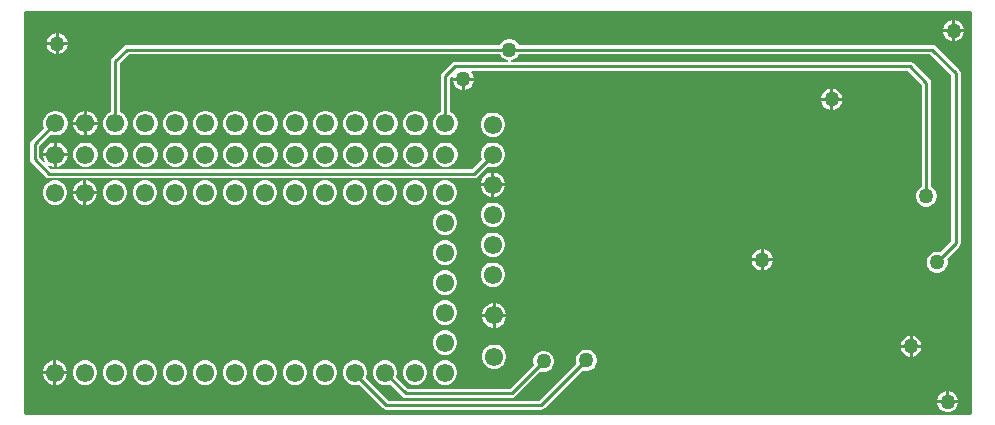
<source format=gbl>
G04*
G04 #@! TF.GenerationSoftware,Altium Limited,Altium Designer,21.7.2 (23)*
G04*
G04 Layer_Physical_Order=2*
G04 Layer_Color=16711680*
%FSLAX25Y25*%
%MOIN*%
G70*
G04*
G04 #@! TF.SameCoordinates,B8BBB409-1C5D-4E28-8008-B1E3FC97E4F7*
G04*
G04*
G04 #@! TF.FilePolarity,Positive*
G04*
G01*
G75*
%ADD10C,0.01000*%
%ADD40C,0.06102*%
%ADD41C,0.05000*%
G36*
X314961D02*
X308242D01*
X308176Y500D01*
X308831Y675D01*
X309629Y1136D01*
X310281Y1788D01*
X310742Y2586D01*
X310970Y3437D01*
X303991D01*
X304219Y2586D01*
X304680Y1788D01*
X305331Y1136D01*
X306129Y675D01*
X306785Y500D01*
X306719Y0D01*
X0D01*
Y133858D01*
X314961D01*
Y0D01*
D02*
G37*
%LPC*%
G36*
X309949Y131049D02*
Y128059D01*
X312938D01*
X312710Y128910D01*
X312249Y129708D01*
X311598Y130360D01*
X310800Y130821D01*
X309949Y131049D01*
D02*
G37*
G36*
X308949D02*
X308098Y130821D01*
X307300Y130360D01*
X306648Y129708D01*
X306187Y128910D01*
X305959Y128059D01*
X308949D01*
Y131049D01*
D02*
G37*
G36*
X312938Y127059D02*
X309949D01*
Y124070D01*
X310800Y124298D01*
X311598Y124758D01*
X312249Y125410D01*
X312710Y126208D01*
X312938Y127059D01*
D02*
G37*
G36*
X308949D02*
X305959D01*
X306187Y126208D01*
X306648Y125410D01*
X307300Y124758D01*
X308098Y124298D01*
X308949Y124070D01*
Y127059D01*
D02*
G37*
G36*
X11130Y126718D02*
Y123728D01*
X14119D01*
X13891Y124579D01*
X13431Y125377D01*
X12779Y126029D01*
X11981Y126490D01*
X11130Y126718D01*
D02*
G37*
G36*
X10130D02*
X9279Y126490D01*
X8481Y126029D01*
X7829Y125377D01*
X7368Y124579D01*
X7140Y123728D01*
X10130D01*
Y126718D01*
D02*
G37*
G36*
X14119Y122728D02*
X11130D01*
Y119739D01*
X11981Y119967D01*
X12779Y120428D01*
X13431Y121079D01*
X13891Y121877D01*
X14119Y122728D01*
D02*
G37*
G36*
X10130D02*
X7140D01*
X7368Y121877D01*
X7829Y121079D01*
X8481Y120428D01*
X9279Y119967D01*
X10130Y119739D01*
Y122728D01*
D02*
G37*
G36*
X149553Y110917D02*
X146563D01*
Y107928D01*
X147414Y108156D01*
X148212Y108617D01*
X148864Y109268D01*
X149325Y110066D01*
X149553Y110917D01*
D02*
G37*
G36*
X145563D02*
X142573D01*
X142801Y110066D01*
X143262Y109268D01*
X143914Y108617D01*
X144712Y108156D01*
X145563Y107928D01*
Y110917D01*
D02*
G37*
G36*
X269398Y108214D02*
Y105224D01*
X272387D01*
X272159Y106075D01*
X271698Y106874D01*
X271047Y107525D01*
X270249Y107986D01*
X269398Y108214D01*
D02*
G37*
G36*
X268398D02*
X267547Y107986D01*
X266749Y107525D01*
X266097Y106874D01*
X265636Y106075D01*
X265408Y105224D01*
X268398D01*
Y108214D01*
D02*
G37*
G36*
X272387Y104224D02*
X269398D01*
Y101235D01*
X270249Y101463D01*
X271047Y101924D01*
X271698Y102575D01*
X272159Y103374D01*
X272387Y104224D01*
D02*
G37*
G36*
X268398D02*
X265408D01*
X265636Y103374D01*
X266097Y102575D01*
X266749Y101924D01*
X267547Y101463D01*
X268398Y101235D01*
Y104224D01*
D02*
G37*
G36*
X20612Y100772D02*
X20579D01*
Y97220D01*
X24130D01*
Y97254D01*
X23854Y98284D01*
X23321Y99208D01*
X22566Y99962D01*
X21642Y100496D01*
X20612Y100772D01*
D02*
G37*
G36*
X19579D02*
X19545D01*
X18515Y100496D01*
X17591Y99962D01*
X16837Y99208D01*
X16304Y98284D01*
X16028Y97254D01*
Y97220D01*
X19579D01*
Y100772D01*
D02*
G37*
G36*
X130612D02*
X129545D01*
X128515Y100496D01*
X127591Y99962D01*
X126837Y99208D01*
X126304Y98284D01*
X126028Y97254D01*
Y96187D01*
X126304Y95157D01*
X126837Y94233D01*
X127591Y93479D01*
X128515Y92945D01*
X129545Y92669D01*
X130612D01*
X131642Y92945D01*
X132566Y93479D01*
X133320Y94233D01*
X133854Y95157D01*
X134130Y96187D01*
Y97254D01*
X133854Y98284D01*
X133320Y99208D01*
X132566Y99962D01*
X131642Y100496D01*
X130612Y100772D01*
D02*
G37*
G36*
X120612D02*
X119545D01*
X118515Y100496D01*
X117591Y99962D01*
X116837Y99208D01*
X116304Y98284D01*
X116028Y97254D01*
Y96187D01*
X116304Y95157D01*
X116837Y94233D01*
X117591Y93479D01*
X118515Y92945D01*
X119545Y92669D01*
X120612D01*
X121642Y92945D01*
X122566Y93479D01*
X123320Y94233D01*
X123854Y95157D01*
X124130Y96187D01*
Y97254D01*
X123854Y98284D01*
X123320Y99208D01*
X122566Y99962D01*
X121642Y100496D01*
X120612Y100772D01*
D02*
G37*
G36*
X110612D02*
X109545D01*
X108515Y100496D01*
X107591Y99962D01*
X106837Y99208D01*
X106304Y98284D01*
X106028Y97254D01*
Y96187D01*
X106304Y95157D01*
X106837Y94233D01*
X107591Y93479D01*
X108515Y92945D01*
X109545Y92669D01*
X110612D01*
X111642Y92945D01*
X112566Y93479D01*
X113321Y94233D01*
X113854Y95157D01*
X114130Y96187D01*
Y97254D01*
X113854Y98284D01*
X113321Y99208D01*
X112566Y99962D01*
X111642Y100496D01*
X110612Y100772D01*
D02*
G37*
G36*
X100612D02*
X99545D01*
X98515Y100496D01*
X97591Y99962D01*
X96837Y99208D01*
X96304Y98284D01*
X96028Y97254D01*
Y96187D01*
X96304Y95157D01*
X96837Y94233D01*
X97591Y93479D01*
X98515Y92945D01*
X99545Y92669D01*
X100612D01*
X101642Y92945D01*
X102566Y93479D01*
X103321Y94233D01*
X103854Y95157D01*
X104130Y96187D01*
Y97254D01*
X103854Y98284D01*
X103321Y99208D01*
X102566Y99962D01*
X101642Y100496D01*
X100612Y100772D01*
D02*
G37*
G36*
X90612D02*
X89545D01*
X88515Y100496D01*
X87591Y99962D01*
X86837Y99208D01*
X86304Y98284D01*
X86028Y97254D01*
Y96187D01*
X86304Y95157D01*
X86837Y94233D01*
X87591Y93479D01*
X88515Y92945D01*
X89545Y92669D01*
X90612D01*
X91642Y92945D01*
X92566Y93479D01*
X93321Y94233D01*
X93854Y95157D01*
X94130Y96187D01*
Y97254D01*
X93854Y98284D01*
X93321Y99208D01*
X92566Y99962D01*
X91642Y100496D01*
X90612Y100772D01*
D02*
G37*
G36*
X80612D02*
X79545D01*
X78515Y100496D01*
X77591Y99962D01*
X76837Y99208D01*
X76304Y98284D01*
X76028Y97254D01*
Y96187D01*
X76304Y95157D01*
X76837Y94233D01*
X77591Y93479D01*
X78515Y92945D01*
X79545Y92669D01*
X80612D01*
X81642Y92945D01*
X82566Y93479D01*
X83320Y94233D01*
X83854Y95157D01*
X84130Y96187D01*
Y97254D01*
X83854Y98284D01*
X83320Y99208D01*
X82566Y99962D01*
X81642Y100496D01*
X80612Y100772D01*
D02*
G37*
G36*
X70612D02*
X69545D01*
X68515Y100496D01*
X67591Y99962D01*
X66837Y99208D01*
X66304Y98284D01*
X66028Y97254D01*
Y96187D01*
X66304Y95157D01*
X66837Y94233D01*
X67591Y93479D01*
X68515Y92945D01*
X69545Y92669D01*
X70612D01*
X71642Y92945D01*
X72566Y93479D01*
X73321Y94233D01*
X73854Y95157D01*
X74130Y96187D01*
Y97254D01*
X73854Y98284D01*
X73321Y99208D01*
X72566Y99962D01*
X71642Y100496D01*
X70612Y100772D01*
D02*
G37*
G36*
X60612D02*
X59545D01*
X58515Y100496D01*
X57591Y99962D01*
X56837Y99208D01*
X56304Y98284D01*
X56028Y97254D01*
Y96187D01*
X56304Y95157D01*
X56837Y94233D01*
X57591Y93479D01*
X58515Y92945D01*
X59545Y92669D01*
X60612D01*
X61642Y92945D01*
X62566Y93479D01*
X63320Y94233D01*
X63854Y95157D01*
X64130Y96187D01*
Y97254D01*
X63854Y98284D01*
X63320Y99208D01*
X62566Y99962D01*
X61642Y100496D01*
X60612Y100772D01*
D02*
G37*
G36*
X50612D02*
X49545D01*
X48515Y100496D01*
X47591Y99962D01*
X46837Y99208D01*
X46304Y98284D01*
X46028Y97254D01*
Y96187D01*
X46304Y95157D01*
X46837Y94233D01*
X47591Y93479D01*
X48515Y92945D01*
X49545Y92669D01*
X50612D01*
X51642Y92945D01*
X52566Y93479D01*
X53320Y94233D01*
X53854Y95157D01*
X54130Y96187D01*
Y97254D01*
X53854Y98284D01*
X53320Y99208D01*
X52566Y99962D01*
X51642Y100496D01*
X50612Y100772D01*
D02*
G37*
G36*
X40612D02*
X39545D01*
X38515Y100496D01*
X37591Y99962D01*
X36837Y99208D01*
X36304Y98284D01*
X36028Y97254D01*
Y96187D01*
X36304Y95157D01*
X36837Y94233D01*
X37591Y93479D01*
X38515Y92945D01*
X39545Y92669D01*
X40612D01*
X41642Y92945D01*
X42566Y93479D01*
X43321Y94233D01*
X43854Y95157D01*
X44130Y96187D01*
Y97254D01*
X43854Y98284D01*
X43321Y99208D01*
X42566Y99962D01*
X41642Y100496D01*
X40612Y100772D01*
D02*
G37*
G36*
X24130Y96220D02*
X20579D01*
Y92669D01*
X20612D01*
X21642Y92945D01*
X22566Y93479D01*
X23321Y94233D01*
X23854Y95157D01*
X24130Y96187D01*
Y96220D01*
D02*
G37*
G36*
X19579D02*
X16028D01*
Y96187D01*
X16304Y95157D01*
X16837Y94233D01*
X17591Y93479D01*
X18515Y92945D01*
X19545Y92669D01*
X19579D01*
Y96220D01*
D02*
G37*
G36*
X10612Y100772D02*
X9545D01*
X8515Y100496D01*
X7591Y99962D01*
X6837Y99208D01*
X6304Y98284D01*
X6028Y97254D01*
Y96187D01*
X6304Y95157D01*
X6321Y95126D01*
X2068Y90873D01*
X1737Y90377D01*
X1620Y89791D01*
Y84646D01*
X1737Y84060D01*
X2068Y83564D01*
X6793Y78840D01*
X7289Y78508D01*
X7874Y78392D01*
X149606D01*
X150192Y78508D01*
X150688Y78840D01*
X154311Y82463D01*
X154342Y82445D01*
X155372Y82169D01*
X156439D01*
X157469Y82445D01*
X158393Y82979D01*
X159147Y83733D01*
X159681Y84657D01*
X159957Y85687D01*
Y86754D01*
X159681Y87784D01*
X159147Y88708D01*
X158393Y89462D01*
X157469Y89996D01*
X156439Y90272D01*
X155372D01*
X154342Y89996D01*
X153418Y89462D01*
X152664Y88708D01*
X152130Y87784D01*
X151854Y86754D01*
Y85687D01*
X152130Y84657D01*
X152148Y84626D01*
X148973Y81451D01*
X8507D01*
X7510Y82448D01*
X7817Y82849D01*
X8515Y82445D01*
X9545Y82169D01*
X9579D01*
Y85720D01*
X6028D01*
Y85687D01*
X6304Y84657D01*
X6707Y83959D01*
X6307Y83652D01*
X4679Y85279D01*
Y89158D01*
X8484Y92963D01*
X8515Y92945D01*
X9545Y92669D01*
X10612D01*
X11642Y92945D01*
X12566Y93479D01*
X13320Y94233D01*
X13854Y95157D01*
X14130Y96187D01*
Y97254D01*
X13854Y98284D01*
X13320Y99208D01*
X12566Y99962D01*
X11642Y100496D01*
X10612Y100772D01*
D02*
G37*
G36*
X156439Y100272D02*
X155372D01*
X154342Y99996D01*
X153418Y99462D01*
X152664Y98708D01*
X152130Y97784D01*
X151854Y96754D01*
Y95687D01*
X152130Y94657D01*
X152664Y93733D01*
X153418Y92979D01*
X154342Y92445D01*
X155372Y92169D01*
X156439D01*
X157469Y92445D01*
X158393Y92979D01*
X159147Y93733D01*
X159681Y94657D01*
X159957Y95687D01*
Y96754D01*
X159681Y97784D01*
X159147Y98708D01*
X158393Y99462D01*
X157469Y99996D01*
X156439Y100272D01*
D02*
G37*
G36*
X10612Y90272D02*
X10579D01*
Y86721D01*
X14130D01*
Y86754D01*
X13854Y87784D01*
X13320Y88708D01*
X12566Y89462D01*
X11642Y89996D01*
X10612Y90272D01*
D02*
G37*
G36*
X9579D02*
X9545D01*
X8515Y89996D01*
X7591Y89462D01*
X6837Y88708D01*
X6304Y87784D01*
X6028Y86754D01*
Y86721D01*
X9579D01*
Y90272D01*
D02*
G37*
G36*
X140612D02*
X139545D01*
X138515Y89996D01*
X137591Y89462D01*
X136837Y88708D01*
X136304Y87784D01*
X136028Y86754D01*
Y85687D01*
X136304Y84657D01*
X136837Y83733D01*
X137591Y82979D01*
X138515Y82445D01*
X139545Y82169D01*
X140612D01*
X141642Y82445D01*
X142566Y82979D01*
X143321Y83733D01*
X143854Y84657D01*
X144130Y85687D01*
Y86754D01*
X143854Y87784D01*
X143321Y88708D01*
X142566Y89462D01*
X141642Y89996D01*
X140612Y90272D01*
D02*
G37*
G36*
X130612D02*
X129545D01*
X128515Y89996D01*
X127591Y89462D01*
X126837Y88708D01*
X126304Y87784D01*
X126028Y86754D01*
Y85687D01*
X126304Y84657D01*
X126837Y83733D01*
X127591Y82979D01*
X128515Y82445D01*
X129545Y82169D01*
X130612D01*
X131642Y82445D01*
X132566Y82979D01*
X133320Y83733D01*
X133854Y84657D01*
X134130Y85687D01*
Y86754D01*
X133854Y87784D01*
X133320Y88708D01*
X132566Y89462D01*
X131642Y89996D01*
X130612Y90272D01*
D02*
G37*
G36*
X120612D02*
X119545D01*
X118515Y89996D01*
X117591Y89462D01*
X116837Y88708D01*
X116304Y87784D01*
X116028Y86754D01*
Y85687D01*
X116304Y84657D01*
X116837Y83733D01*
X117591Y82979D01*
X118515Y82445D01*
X119545Y82169D01*
X120612D01*
X121642Y82445D01*
X122566Y82979D01*
X123320Y83733D01*
X123854Y84657D01*
X124130Y85687D01*
Y86754D01*
X123854Y87784D01*
X123320Y88708D01*
X122566Y89462D01*
X121642Y89996D01*
X120612Y90272D01*
D02*
G37*
G36*
X110612D02*
X109545D01*
X108515Y89996D01*
X107591Y89462D01*
X106837Y88708D01*
X106304Y87784D01*
X106028Y86754D01*
Y85687D01*
X106304Y84657D01*
X106837Y83733D01*
X107591Y82979D01*
X108515Y82445D01*
X109545Y82169D01*
X110612D01*
X111642Y82445D01*
X112566Y82979D01*
X113321Y83733D01*
X113854Y84657D01*
X114130Y85687D01*
Y86754D01*
X113854Y87784D01*
X113321Y88708D01*
X112566Y89462D01*
X111642Y89996D01*
X110612Y90272D01*
D02*
G37*
G36*
X100612D02*
X99545D01*
X98515Y89996D01*
X97591Y89462D01*
X96837Y88708D01*
X96304Y87784D01*
X96028Y86754D01*
Y85687D01*
X96304Y84657D01*
X96837Y83733D01*
X97591Y82979D01*
X98515Y82445D01*
X99545Y82169D01*
X100612D01*
X101642Y82445D01*
X102566Y82979D01*
X103321Y83733D01*
X103854Y84657D01*
X104130Y85687D01*
Y86754D01*
X103854Y87784D01*
X103321Y88708D01*
X102566Y89462D01*
X101642Y89996D01*
X100612Y90272D01*
D02*
G37*
G36*
X90612D02*
X89545D01*
X88515Y89996D01*
X87591Y89462D01*
X86837Y88708D01*
X86304Y87784D01*
X86028Y86754D01*
Y85687D01*
X86304Y84657D01*
X86837Y83733D01*
X87591Y82979D01*
X88515Y82445D01*
X89545Y82169D01*
X90612D01*
X91642Y82445D01*
X92566Y82979D01*
X93321Y83733D01*
X93854Y84657D01*
X94130Y85687D01*
Y86754D01*
X93854Y87784D01*
X93321Y88708D01*
X92566Y89462D01*
X91642Y89996D01*
X90612Y90272D01*
D02*
G37*
G36*
X80612D02*
X79545D01*
X78515Y89996D01*
X77591Y89462D01*
X76837Y88708D01*
X76304Y87784D01*
X76028Y86754D01*
Y85687D01*
X76304Y84657D01*
X76837Y83733D01*
X77591Y82979D01*
X78515Y82445D01*
X79545Y82169D01*
X80612D01*
X81642Y82445D01*
X82566Y82979D01*
X83320Y83733D01*
X83854Y84657D01*
X84130Y85687D01*
Y86754D01*
X83854Y87784D01*
X83320Y88708D01*
X82566Y89462D01*
X81642Y89996D01*
X80612Y90272D01*
D02*
G37*
G36*
X70612D02*
X69545D01*
X68515Y89996D01*
X67591Y89462D01*
X66837Y88708D01*
X66304Y87784D01*
X66028Y86754D01*
Y85687D01*
X66304Y84657D01*
X66837Y83733D01*
X67591Y82979D01*
X68515Y82445D01*
X69545Y82169D01*
X70612D01*
X71642Y82445D01*
X72566Y82979D01*
X73321Y83733D01*
X73854Y84657D01*
X74130Y85687D01*
Y86754D01*
X73854Y87784D01*
X73321Y88708D01*
X72566Y89462D01*
X71642Y89996D01*
X70612Y90272D01*
D02*
G37*
G36*
X60612D02*
X59545D01*
X58515Y89996D01*
X57591Y89462D01*
X56837Y88708D01*
X56304Y87784D01*
X56028Y86754D01*
Y85687D01*
X56304Y84657D01*
X56837Y83733D01*
X57591Y82979D01*
X58515Y82445D01*
X59545Y82169D01*
X60612D01*
X61642Y82445D01*
X62566Y82979D01*
X63320Y83733D01*
X63854Y84657D01*
X64130Y85687D01*
Y86754D01*
X63854Y87784D01*
X63320Y88708D01*
X62566Y89462D01*
X61642Y89996D01*
X60612Y90272D01*
D02*
G37*
G36*
X50612D02*
X49545D01*
X48515Y89996D01*
X47591Y89462D01*
X46837Y88708D01*
X46304Y87784D01*
X46028Y86754D01*
Y85687D01*
X46304Y84657D01*
X46837Y83733D01*
X47591Y82979D01*
X48515Y82445D01*
X49545Y82169D01*
X50612D01*
X51642Y82445D01*
X52566Y82979D01*
X53320Y83733D01*
X53854Y84657D01*
X54130Y85687D01*
Y86754D01*
X53854Y87784D01*
X53320Y88708D01*
X52566Y89462D01*
X51642Y89996D01*
X50612Y90272D01*
D02*
G37*
G36*
X40612D02*
X39545D01*
X38515Y89996D01*
X37591Y89462D01*
X36837Y88708D01*
X36304Y87784D01*
X36028Y86754D01*
Y85687D01*
X36304Y84657D01*
X36837Y83733D01*
X37591Y82979D01*
X38515Y82445D01*
X39545Y82169D01*
X40612D01*
X41642Y82445D01*
X42566Y82979D01*
X43321Y83733D01*
X43854Y84657D01*
X44130Y85687D01*
Y86754D01*
X43854Y87784D01*
X43321Y88708D01*
X42566Y89462D01*
X41642Y89996D01*
X40612Y90272D01*
D02*
G37*
G36*
X30612D02*
X29545D01*
X28515Y89996D01*
X27591Y89462D01*
X26837Y88708D01*
X26304Y87784D01*
X26028Y86754D01*
Y85687D01*
X26304Y84657D01*
X26837Y83733D01*
X27591Y82979D01*
X28515Y82445D01*
X29545Y82169D01*
X30612D01*
X31642Y82445D01*
X32566Y82979D01*
X33321Y83733D01*
X33854Y84657D01*
X34130Y85687D01*
Y86754D01*
X33854Y87784D01*
X33321Y88708D01*
X32566Y89462D01*
X31642Y89996D01*
X30612Y90272D01*
D02*
G37*
G36*
X20612D02*
X19545D01*
X18515Y89996D01*
X17591Y89462D01*
X16837Y88708D01*
X16304Y87784D01*
X16028Y86754D01*
Y85687D01*
X16304Y84657D01*
X16837Y83733D01*
X17591Y82979D01*
X18515Y82445D01*
X19545Y82169D01*
X20612D01*
X21642Y82445D01*
X22566Y82979D01*
X23321Y83733D01*
X23854Y84657D01*
X24130Y85687D01*
Y86754D01*
X23854Y87784D01*
X23321Y88708D01*
X22566Y89462D01*
X21642Y89996D01*
X20612Y90272D01*
D02*
G37*
G36*
X14130Y85720D02*
X10579D01*
Y82169D01*
X10612D01*
X11642Y82445D01*
X12566Y82979D01*
X13320Y83733D01*
X13854Y84657D01*
X14130Y85687D01*
Y85720D01*
D02*
G37*
G36*
X156439Y80272D02*
X156405D01*
Y76720D01*
X159957D01*
Y76754D01*
X159681Y77784D01*
X159147Y78708D01*
X158393Y79462D01*
X157469Y79996D01*
X156439Y80272D01*
D02*
G37*
G36*
X155405D02*
X155372D01*
X154342Y79996D01*
X153418Y79462D01*
X152664Y78708D01*
X152130Y77784D01*
X151854Y76754D01*
Y76720D01*
X155405D01*
Y80272D01*
D02*
G37*
G36*
X20455Y77673D02*
X20421D01*
Y74122D01*
X23972D01*
Y74155D01*
X23696Y75186D01*
X23163Y76109D01*
X22409Y76864D01*
X21485Y77397D01*
X20455Y77673D01*
D02*
G37*
G36*
X19421D02*
X19388D01*
X18358Y77397D01*
X17434Y76864D01*
X16680Y76109D01*
X16146Y75186D01*
X15870Y74155D01*
Y74122D01*
X19421D01*
Y77673D01*
D02*
G37*
G36*
X159957Y75721D02*
X156405D01*
Y72169D01*
X156439D01*
X157469Y72445D01*
X158393Y72979D01*
X159147Y73733D01*
X159681Y74657D01*
X159957Y75687D01*
Y75721D01*
D02*
G37*
G36*
X155405D02*
X151854D01*
Y75687D01*
X152130Y74657D01*
X152664Y73733D01*
X153418Y72979D01*
X154342Y72445D01*
X155372Y72169D01*
X155405D01*
Y75721D01*
D02*
G37*
G36*
X140455Y77673D02*
X139388D01*
X138358Y77397D01*
X137434Y76864D01*
X136679Y76109D01*
X136146Y75186D01*
X135870Y74155D01*
Y73089D01*
X136146Y72058D01*
X136679Y71135D01*
X137434Y70380D01*
X138358Y69847D01*
X139388Y69571D01*
X140455D01*
X141485Y69847D01*
X142409Y70380D01*
X143163Y71135D01*
X143696Y72058D01*
X143972Y73089D01*
Y74155D01*
X143696Y75186D01*
X143163Y76109D01*
X142409Y76864D01*
X141485Y77397D01*
X140455Y77673D01*
D02*
G37*
G36*
X130455D02*
X129388D01*
X128358Y77397D01*
X127434Y76864D01*
X126680Y76109D01*
X126146Y75186D01*
X125870Y74155D01*
Y73089D01*
X126146Y72058D01*
X126680Y71135D01*
X127434Y70380D01*
X128358Y69847D01*
X129388Y69571D01*
X130455D01*
X131485Y69847D01*
X132409Y70380D01*
X133163Y71135D01*
X133696Y72058D01*
X133972Y73089D01*
Y74155D01*
X133696Y75186D01*
X133163Y76109D01*
X132409Y76864D01*
X131485Y77397D01*
X130455Y77673D01*
D02*
G37*
G36*
X120455D02*
X119388D01*
X118358Y77397D01*
X117434Y76864D01*
X116680Y76109D01*
X116146Y75186D01*
X115870Y74155D01*
Y73089D01*
X116146Y72058D01*
X116680Y71135D01*
X117434Y70380D01*
X118358Y69847D01*
X119388Y69571D01*
X120455D01*
X121485Y69847D01*
X122409Y70380D01*
X123163Y71135D01*
X123696Y72058D01*
X123972Y73089D01*
Y74155D01*
X123696Y75186D01*
X123163Y76109D01*
X122409Y76864D01*
X121485Y77397D01*
X120455Y77673D01*
D02*
G37*
G36*
X110455D02*
X109388D01*
X108358Y77397D01*
X107434Y76864D01*
X106679Y76109D01*
X106146Y75186D01*
X105870Y74155D01*
Y73089D01*
X106146Y72058D01*
X106679Y71135D01*
X107434Y70380D01*
X108358Y69847D01*
X109388Y69571D01*
X110455D01*
X111485Y69847D01*
X112409Y70380D01*
X113163Y71135D01*
X113696Y72058D01*
X113972Y73089D01*
Y74155D01*
X113696Y75186D01*
X113163Y76109D01*
X112409Y76864D01*
X111485Y77397D01*
X110455Y77673D01*
D02*
G37*
G36*
X100455D02*
X99388D01*
X98358Y77397D01*
X97434Y76864D01*
X96680Y76109D01*
X96146Y75186D01*
X95870Y74155D01*
Y73089D01*
X96146Y72058D01*
X96680Y71135D01*
X97434Y70380D01*
X98358Y69847D01*
X99388Y69571D01*
X100455D01*
X101485Y69847D01*
X102409Y70380D01*
X103163Y71135D01*
X103696Y72058D01*
X103972Y73089D01*
Y74155D01*
X103696Y75186D01*
X103163Y76109D01*
X102409Y76864D01*
X101485Y77397D01*
X100455Y77673D01*
D02*
G37*
G36*
X90455D02*
X89388D01*
X88358Y77397D01*
X87434Y76864D01*
X86680Y76109D01*
X86146Y75186D01*
X85870Y74155D01*
Y73089D01*
X86146Y72058D01*
X86680Y71135D01*
X87434Y70380D01*
X88358Y69847D01*
X89388Y69571D01*
X90455D01*
X91485Y69847D01*
X92409Y70380D01*
X93163Y71135D01*
X93696Y72058D01*
X93972Y73089D01*
Y74155D01*
X93696Y75186D01*
X93163Y76109D01*
X92409Y76864D01*
X91485Y77397D01*
X90455Y77673D01*
D02*
G37*
G36*
X80455D02*
X79388D01*
X78358Y77397D01*
X77434Y76864D01*
X76679Y76109D01*
X76146Y75186D01*
X75870Y74155D01*
Y73089D01*
X76146Y72058D01*
X76679Y71135D01*
X77434Y70380D01*
X78358Y69847D01*
X79388Y69571D01*
X80455D01*
X81485Y69847D01*
X82409Y70380D01*
X83163Y71135D01*
X83696Y72058D01*
X83972Y73089D01*
Y74155D01*
X83696Y75186D01*
X83163Y76109D01*
X82409Y76864D01*
X81485Y77397D01*
X80455Y77673D01*
D02*
G37*
G36*
X70455D02*
X69388D01*
X68358Y77397D01*
X67434Y76864D01*
X66680Y76109D01*
X66146Y75186D01*
X65870Y74155D01*
Y73089D01*
X66146Y72058D01*
X66680Y71135D01*
X67434Y70380D01*
X68358Y69847D01*
X69388Y69571D01*
X70455D01*
X71485Y69847D01*
X72409Y70380D01*
X73163Y71135D01*
X73696Y72058D01*
X73972Y73089D01*
Y74155D01*
X73696Y75186D01*
X73163Y76109D01*
X72409Y76864D01*
X71485Y77397D01*
X70455Y77673D01*
D02*
G37*
G36*
X60455D02*
X59388D01*
X58358Y77397D01*
X57434Y76864D01*
X56679Y76109D01*
X56146Y75186D01*
X55870Y74155D01*
Y73089D01*
X56146Y72058D01*
X56679Y71135D01*
X57434Y70380D01*
X58358Y69847D01*
X59388Y69571D01*
X60455D01*
X61485Y69847D01*
X62409Y70380D01*
X63163Y71135D01*
X63696Y72058D01*
X63972Y73089D01*
Y74155D01*
X63696Y75186D01*
X63163Y76109D01*
X62409Y76864D01*
X61485Y77397D01*
X60455Y77673D01*
D02*
G37*
G36*
X50455D02*
X49388D01*
X48358Y77397D01*
X47434Y76864D01*
X46679Y76109D01*
X46146Y75186D01*
X45870Y74155D01*
Y73089D01*
X46146Y72058D01*
X46679Y71135D01*
X47434Y70380D01*
X48358Y69847D01*
X49388Y69571D01*
X50455D01*
X51485Y69847D01*
X52409Y70380D01*
X53163Y71135D01*
X53696Y72058D01*
X53972Y73089D01*
Y74155D01*
X53696Y75186D01*
X53163Y76109D01*
X52409Y76864D01*
X51485Y77397D01*
X50455Y77673D01*
D02*
G37*
G36*
X40455D02*
X39388D01*
X38358Y77397D01*
X37434Y76864D01*
X36680Y76109D01*
X36146Y75186D01*
X35870Y74155D01*
Y73089D01*
X36146Y72058D01*
X36680Y71135D01*
X37434Y70380D01*
X38358Y69847D01*
X39388Y69571D01*
X40455D01*
X41485Y69847D01*
X42409Y70380D01*
X43163Y71135D01*
X43696Y72058D01*
X43972Y73089D01*
Y74155D01*
X43696Y75186D01*
X43163Y76109D01*
X42409Y76864D01*
X41485Y77397D01*
X40455Y77673D01*
D02*
G37*
G36*
X30455D02*
X29388D01*
X28358Y77397D01*
X27434Y76864D01*
X26680Y76109D01*
X26146Y75186D01*
X25870Y74155D01*
Y73089D01*
X26146Y72058D01*
X26680Y71135D01*
X27434Y70380D01*
X28358Y69847D01*
X29388Y69571D01*
X30455D01*
X31485Y69847D01*
X32409Y70380D01*
X33163Y71135D01*
X33696Y72058D01*
X33972Y73089D01*
Y74155D01*
X33696Y75186D01*
X33163Y76109D01*
X32409Y76864D01*
X31485Y77397D01*
X30455Y77673D01*
D02*
G37*
G36*
X23972Y73122D02*
X20421D01*
Y69571D01*
X20455D01*
X21485Y69847D01*
X22409Y70380D01*
X23163Y71135D01*
X23696Y72058D01*
X23972Y73089D01*
Y73122D01*
D02*
G37*
G36*
X19421D02*
X15870D01*
Y73089D01*
X16146Y72058D01*
X16680Y71135D01*
X17434Y70380D01*
X18358Y69847D01*
X19388Y69571D01*
X19421D01*
Y73122D01*
D02*
G37*
G36*
X10455Y77673D02*
X9388D01*
X8358Y77397D01*
X7434Y76864D01*
X6679Y76109D01*
X6146Y75186D01*
X5870Y74155D01*
Y73089D01*
X6146Y72058D01*
X6679Y71135D01*
X7434Y70380D01*
X8358Y69847D01*
X9388Y69571D01*
X10455D01*
X11485Y69847D01*
X12409Y70380D01*
X13163Y71135D01*
X13696Y72058D01*
X13972Y73089D01*
Y74155D01*
X13696Y75186D01*
X13163Y76109D01*
X12409Y76864D01*
X11485Y77397D01*
X10455Y77673D01*
D02*
G37*
G36*
X156439Y70272D02*
X155372D01*
X154342Y69996D01*
X153418Y69462D01*
X152664Y68708D01*
X152130Y67784D01*
X151854Y66754D01*
Y65687D01*
X152130Y64657D01*
X152664Y63733D01*
X153418Y62979D01*
X154342Y62445D01*
X155372Y62169D01*
X156439D01*
X157469Y62445D01*
X158393Y62979D01*
X159147Y63733D01*
X159681Y64657D01*
X159957Y65687D01*
Y66754D01*
X159681Y67784D01*
X159147Y68708D01*
X158393Y69462D01*
X157469Y69996D01*
X156439Y70272D01*
D02*
G37*
G36*
X140455Y67673D02*
X139388D01*
X138358Y67397D01*
X137434Y66864D01*
X136679Y66110D01*
X136146Y65186D01*
X135870Y64155D01*
Y63089D01*
X136146Y62058D01*
X136679Y61135D01*
X137434Y60380D01*
X138358Y59847D01*
X139388Y59571D01*
X140455D01*
X141485Y59847D01*
X142409Y60380D01*
X143163Y61135D01*
X143696Y62058D01*
X143972Y63089D01*
Y64155D01*
X143696Y65186D01*
X143163Y66110D01*
X142409Y66864D01*
X141485Y67397D01*
X140455Y67673D01*
D02*
G37*
G36*
X161878Y124760D02*
X160957D01*
X160066Y124521D01*
X159268Y124060D01*
X158617Y123409D01*
X158259Y122789D01*
X33858D01*
X33273Y122673D01*
X32777Y122341D01*
X28997Y118562D01*
X28666Y118066D01*
X28549Y117480D01*
Y100505D01*
X28515Y100496D01*
X27591Y99962D01*
X26837Y99208D01*
X26304Y98284D01*
X26028Y97254D01*
Y96187D01*
X26304Y95157D01*
X26837Y94233D01*
X27591Y93479D01*
X28515Y92945D01*
X29545Y92669D01*
X30612D01*
X31642Y92945D01*
X32566Y93479D01*
X33321Y94233D01*
X33854Y95157D01*
X34130Y96187D01*
Y97254D01*
X33854Y98284D01*
X33321Y99208D01*
X32566Y99962D01*
X31642Y100496D01*
X31608Y100505D01*
Y116847D01*
X34492Y119730D01*
X158259D01*
X158617Y119111D01*
X159268Y118459D01*
X160066Y117998D01*
X160891Y117777D01*
X160825Y117277D01*
X143307D01*
X142722Y117161D01*
X142226Y116830D01*
X138997Y113601D01*
X138666Y113105D01*
X138549Y112520D01*
Y100505D01*
X138515Y100496D01*
X137591Y99962D01*
X136837Y99208D01*
X136304Y98284D01*
X136028Y97254D01*
Y96187D01*
X136304Y95157D01*
X136837Y94233D01*
X137591Y93479D01*
X138515Y92945D01*
X139545Y92669D01*
X140612D01*
X141642Y92945D01*
X142566Y93479D01*
X143321Y94233D01*
X143854Y95157D01*
X144130Y96187D01*
Y97254D01*
X143854Y98284D01*
X143321Y99208D01*
X142566Y99962D01*
X141642Y100496D01*
X141608Y100505D01*
Y111886D01*
X142208Y112486D01*
X142657Y112228D01*
X142573Y111917D01*
X149553D01*
X149325Y112768D01*
X148864Y113566D01*
X148711Y113719D01*
X148918Y114219D01*
X294248D01*
X298864Y109603D01*
Y75599D01*
X298245Y75242D01*
X297593Y74590D01*
X297132Y73792D01*
X296894Y72902D01*
Y71980D01*
X297132Y71090D01*
X297593Y70292D01*
X298245Y69640D01*
X299043Y69179D01*
X299933Y68941D01*
X300854D01*
X301745Y69179D01*
X302543Y69640D01*
X303194Y70292D01*
X303655Y71090D01*
X303894Y71980D01*
Y72902D01*
X303655Y73792D01*
X303194Y74590D01*
X302543Y75242D01*
X301923Y75599D01*
Y110236D01*
X301807Y110821D01*
X301475Y111318D01*
X301475Y111318D01*
X295963Y116830D01*
X295467Y117161D01*
X294882Y117277D01*
X162010D01*
X161944Y117777D01*
X162768Y117998D01*
X163566Y118459D01*
X164218Y119111D01*
X164576Y119730D01*
X301729D01*
X308707Y112752D01*
Y57326D01*
X305089Y53708D01*
X304398Y53894D01*
X303476D01*
X302586Y53655D01*
X301788Y53194D01*
X301136Y52543D01*
X300676Y51745D01*
X300437Y50854D01*
Y49933D01*
X300676Y49043D01*
X301136Y48245D01*
X301788Y47593D01*
X302586Y47132D01*
X303476Y46894D01*
X304398D01*
X305288Y47132D01*
X306086Y47593D01*
X306738Y48245D01*
X307199Y49043D01*
X307437Y49933D01*
Y50854D01*
X307252Y51546D01*
X311318Y55611D01*
X311649Y56108D01*
X311766Y56693D01*
Y113386D01*
X311649Y113971D01*
X311318Y114467D01*
X303444Y122341D01*
X302947Y122673D01*
X302362Y122789D01*
X164576D01*
X164218Y123409D01*
X163566Y124060D01*
X162768Y124521D01*
X161878Y124760D01*
D02*
G37*
G36*
X156439Y60272D02*
X155372D01*
X154342Y59996D01*
X153418Y59462D01*
X152664Y58708D01*
X152130Y57784D01*
X151854Y56754D01*
Y55687D01*
X152130Y54657D01*
X152664Y53733D01*
X153418Y52979D01*
X154342Y52445D01*
X155372Y52169D01*
X156439D01*
X157469Y52445D01*
X158393Y52979D01*
X159147Y53733D01*
X159681Y54657D01*
X159957Y55687D01*
Y56754D01*
X159681Y57784D01*
X159147Y58708D01*
X158393Y59462D01*
X157469Y59996D01*
X156439Y60272D01*
D02*
G37*
G36*
X246169Y54671D02*
Y51681D01*
X249159D01*
X248931Y52532D01*
X248470Y53330D01*
X247818Y53982D01*
X247020Y54443D01*
X246169Y54671D01*
D02*
G37*
G36*
X245169D02*
X244318Y54443D01*
X243520Y53982D01*
X242869Y53330D01*
X242408Y52532D01*
X242180Y51681D01*
X245169D01*
Y54671D01*
D02*
G37*
G36*
X140455Y57673D02*
X139388D01*
X138358Y57397D01*
X137434Y56864D01*
X136679Y56109D01*
X136146Y55186D01*
X135870Y54155D01*
Y53089D01*
X136146Y52058D01*
X136679Y51135D01*
X137434Y50380D01*
X138358Y49847D01*
X139388Y49571D01*
X140455D01*
X141485Y49847D01*
X142409Y50380D01*
X143163Y51135D01*
X143696Y52058D01*
X143972Y53089D01*
Y54155D01*
X143696Y55186D01*
X143163Y56109D01*
X142409Y56864D01*
X141485Y57397D01*
X140455Y57673D01*
D02*
G37*
G36*
X249159Y50681D02*
X246169D01*
Y47692D01*
X247020Y47920D01*
X247818Y48380D01*
X248470Y49032D01*
X248931Y49830D01*
X249159Y50681D01*
D02*
G37*
G36*
X245169D02*
X242180D01*
X242408Y49830D01*
X242869Y49032D01*
X243520Y48380D01*
X244318Y47920D01*
X245169Y47692D01*
Y50681D01*
D02*
G37*
G36*
X156439Y50272D02*
X155372D01*
X154342Y49996D01*
X153418Y49462D01*
X152664Y48708D01*
X152130Y47784D01*
X151854Y46754D01*
Y45687D01*
X152130Y44657D01*
X152664Y43733D01*
X153418Y42979D01*
X154342Y42445D01*
X155372Y42169D01*
X156439D01*
X157469Y42445D01*
X158393Y42979D01*
X159147Y43733D01*
X159681Y44657D01*
X159957Y45687D01*
Y46754D01*
X159681Y47784D01*
X159147Y48708D01*
X158393Y49462D01*
X157469Y49996D01*
X156439Y50272D01*
D02*
G37*
G36*
X140455Y47673D02*
X139388D01*
X138358Y47397D01*
X137434Y46864D01*
X136679Y46110D01*
X136146Y45186D01*
X135870Y44155D01*
Y43089D01*
X136146Y42058D01*
X136679Y41135D01*
X137434Y40380D01*
X138358Y39847D01*
X139388Y39571D01*
X140455D01*
X141485Y39847D01*
X142409Y40380D01*
X143163Y41135D01*
X143696Y42058D01*
X143972Y43089D01*
Y44155D01*
X143696Y45186D01*
X143163Y46110D01*
X142409Y46864D01*
X141485Y47397D01*
X140455Y47673D01*
D02*
G37*
G36*
X156833Y36728D02*
X156799D01*
Y33177D01*
X160350D01*
Y33211D01*
X160074Y34241D01*
X159541Y35165D01*
X158787Y35919D01*
X157863Y36452D01*
X156833Y36728D01*
D02*
G37*
G36*
X155799D02*
X155766D01*
X154736Y36452D01*
X153812Y35919D01*
X153058Y35165D01*
X152524Y34241D01*
X152248Y33211D01*
Y33177D01*
X155799D01*
Y36728D01*
D02*
G37*
G36*
X140455Y37673D02*
X139388D01*
X138358Y37397D01*
X137434Y36864D01*
X136679Y36110D01*
X136146Y35186D01*
X135870Y34155D01*
Y33089D01*
X136146Y32058D01*
X136679Y31135D01*
X137434Y30380D01*
X138358Y29847D01*
X139388Y29571D01*
X140455D01*
X141485Y29847D01*
X142409Y30380D01*
X143163Y31135D01*
X143696Y32058D01*
X143972Y33089D01*
Y34155D01*
X143696Y35186D01*
X143163Y36110D01*
X142409Y36864D01*
X141485Y37397D01*
X140455Y37673D01*
D02*
G37*
G36*
X160350Y32177D02*
X156799D01*
Y28626D01*
X156833D01*
X157863Y28902D01*
X158787Y29435D01*
X159541Y30190D01*
X160074Y31113D01*
X160350Y32144D01*
Y32177D01*
D02*
G37*
G36*
X155799D02*
X152248D01*
Y32144D01*
X152524Y31113D01*
X153058Y30190D01*
X153812Y29435D01*
X154736Y28902D01*
X155766Y28626D01*
X155799D01*
Y32177D01*
D02*
G37*
G36*
X295776Y25930D02*
Y22941D01*
X298765D01*
X298537Y23792D01*
X298076Y24590D01*
X297425Y25242D01*
X296626Y25702D01*
X295776Y25930D01*
D02*
G37*
G36*
X294776D02*
X293925Y25702D01*
X293127Y25242D01*
X292475Y24590D01*
X292014Y23792D01*
X291786Y22941D01*
X294776D01*
Y25930D01*
D02*
G37*
G36*
X140455Y27673D02*
X139388D01*
X138358Y27397D01*
X137434Y26864D01*
X136679Y26109D01*
X136146Y25186D01*
X135870Y24155D01*
Y23089D01*
X136146Y22058D01*
X136679Y21135D01*
X137434Y20380D01*
X138358Y19847D01*
X139388Y19571D01*
X140455D01*
X141485Y19847D01*
X142409Y20380D01*
X143163Y21135D01*
X143696Y22058D01*
X143972Y23089D01*
Y24155D01*
X143696Y25186D01*
X143163Y26109D01*
X142409Y26864D01*
X141485Y27397D01*
X140455Y27673D01*
D02*
G37*
G36*
X298765Y21941D02*
X295776D01*
Y18951D01*
X296626Y19180D01*
X297425Y19640D01*
X298076Y20292D01*
X298537Y21090D01*
X298765Y21941D01*
D02*
G37*
G36*
X294776D02*
X291786D01*
X292014Y21090D01*
X292475Y20292D01*
X293127Y19640D01*
X293925Y19180D01*
X294776Y18951D01*
Y21941D01*
D02*
G37*
G36*
X156833Y22949D02*
X155766D01*
X154736Y22673D01*
X153812Y22139D01*
X153058Y21385D01*
X152524Y20461D01*
X152248Y19431D01*
Y18364D01*
X152524Y17334D01*
X153058Y16410D01*
X153812Y15656D01*
X154736Y15123D01*
X155766Y14846D01*
X156833D01*
X157863Y15123D01*
X158787Y15656D01*
X159541Y16410D01*
X160074Y17334D01*
X160350Y18364D01*
Y19431D01*
X160074Y20461D01*
X159541Y21385D01*
X158787Y22139D01*
X157863Y22673D01*
X156833Y22949D01*
D02*
G37*
G36*
X10455Y17673D02*
X10421D01*
Y14122D01*
X13972D01*
Y14155D01*
X13696Y15186D01*
X13163Y16109D01*
X12409Y16864D01*
X11485Y17397D01*
X10455Y17673D01*
D02*
G37*
G36*
X9421D02*
X9388D01*
X8358Y17397D01*
X7434Y16864D01*
X6679Y16109D01*
X6146Y15186D01*
X5870Y14155D01*
Y14122D01*
X9421D01*
Y17673D01*
D02*
G37*
G36*
X140455D02*
X139388D01*
X138358Y17397D01*
X137434Y16864D01*
X136679Y16109D01*
X136146Y15186D01*
X135870Y14155D01*
Y13089D01*
X136146Y12058D01*
X136679Y11135D01*
X137434Y10380D01*
X138358Y9847D01*
X139388Y9571D01*
X140455D01*
X141485Y9847D01*
X142409Y10380D01*
X143163Y11135D01*
X143696Y12058D01*
X143972Y13089D01*
Y14155D01*
X143696Y15186D01*
X143163Y16109D01*
X142409Y16864D01*
X141485Y17397D01*
X140455Y17673D01*
D02*
G37*
G36*
X130455D02*
X129388D01*
X128358Y17397D01*
X127434Y16864D01*
X126680Y16109D01*
X126146Y15186D01*
X125870Y14155D01*
Y13089D01*
X126146Y12058D01*
X126680Y11135D01*
X127434Y10380D01*
X128358Y9847D01*
X129388Y9571D01*
X130455D01*
X131485Y9847D01*
X132409Y10380D01*
X133163Y11135D01*
X133696Y12058D01*
X133972Y13089D01*
Y14155D01*
X133696Y15186D01*
X133163Y16109D01*
X132409Y16864D01*
X131485Y17397D01*
X130455Y17673D01*
D02*
G37*
G36*
X100455D02*
X99388D01*
X98358Y17397D01*
X97434Y16864D01*
X96680Y16109D01*
X96146Y15186D01*
X95870Y14155D01*
Y13089D01*
X96146Y12058D01*
X96680Y11135D01*
X97434Y10380D01*
X98358Y9847D01*
X99388Y9571D01*
X100455D01*
X101485Y9847D01*
X102409Y10380D01*
X103163Y11135D01*
X103696Y12058D01*
X103972Y13089D01*
Y14155D01*
X103696Y15186D01*
X103163Y16109D01*
X102409Y16864D01*
X101485Y17397D01*
X100455Y17673D01*
D02*
G37*
G36*
X90455D02*
X89388D01*
X88358Y17397D01*
X87434Y16864D01*
X86680Y16109D01*
X86146Y15186D01*
X85870Y14155D01*
Y13089D01*
X86146Y12058D01*
X86680Y11135D01*
X87434Y10380D01*
X88358Y9847D01*
X89388Y9571D01*
X90455D01*
X91485Y9847D01*
X92409Y10380D01*
X93163Y11135D01*
X93696Y12058D01*
X93972Y13089D01*
Y14155D01*
X93696Y15186D01*
X93163Y16109D01*
X92409Y16864D01*
X91485Y17397D01*
X90455Y17673D01*
D02*
G37*
G36*
X80455D02*
X79388D01*
X78358Y17397D01*
X77434Y16864D01*
X76679Y16109D01*
X76146Y15186D01*
X75870Y14155D01*
Y13089D01*
X76146Y12058D01*
X76679Y11135D01*
X77434Y10380D01*
X78358Y9847D01*
X79388Y9571D01*
X80455D01*
X81485Y9847D01*
X82409Y10380D01*
X83163Y11135D01*
X83696Y12058D01*
X83972Y13089D01*
Y14155D01*
X83696Y15186D01*
X83163Y16109D01*
X82409Y16864D01*
X81485Y17397D01*
X80455Y17673D01*
D02*
G37*
G36*
X70455D02*
X69388D01*
X68358Y17397D01*
X67434Y16864D01*
X66680Y16109D01*
X66146Y15186D01*
X65870Y14155D01*
Y13089D01*
X66146Y12058D01*
X66680Y11135D01*
X67434Y10380D01*
X68358Y9847D01*
X69388Y9571D01*
X70455D01*
X71485Y9847D01*
X72409Y10380D01*
X73163Y11135D01*
X73696Y12058D01*
X73972Y13089D01*
Y14155D01*
X73696Y15186D01*
X73163Y16109D01*
X72409Y16864D01*
X71485Y17397D01*
X70455Y17673D01*
D02*
G37*
G36*
X60455D02*
X59388D01*
X58358Y17397D01*
X57434Y16864D01*
X56679Y16109D01*
X56146Y15186D01*
X55870Y14155D01*
Y13089D01*
X56146Y12058D01*
X56679Y11135D01*
X57434Y10380D01*
X58358Y9847D01*
X59388Y9571D01*
X60455D01*
X61485Y9847D01*
X62409Y10380D01*
X63163Y11135D01*
X63696Y12058D01*
X63972Y13089D01*
Y14155D01*
X63696Y15186D01*
X63163Y16109D01*
X62409Y16864D01*
X61485Y17397D01*
X60455Y17673D01*
D02*
G37*
G36*
X50455D02*
X49388D01*
X48358Y17397D01*
X47434Y16864D01*
X46679Y16109D01*
X46146Y15186D01*
X45870Y14155D01*
Y13089D01*
X46146Y12058D01*
X46679Y11135D01*
X47434Y10380D01*
X48358Y9847D01*
X49388Y9571D01*
X50455D01*
X51485Y9847D01*
X52409Y10380D01*
X53163Y11135D01*
X53696Y12058D01*
X53972Y13089D01*
Y14155D01*
X53696Y15186D01*
X53163Y16109D01*
X52409Y16864D01*
X51485Y17397D01*
X50455Y17673D01*
D02*
G37*
G36*
X40455D02*
X39388D01*
X38358Y17397D01*
X37434Y16864D01*
X36680Y16109D01*
X36146Y15186D01*
X35870Y14155D01*
Y13089D01*
X36146Y12058D01*
X36680Y11135D01*
X37434Y10380D01*
X38358Y9847D01*
X39388Y9571D01*
X40455D01*
X41485Y9847D01*
X42409Y10380D01*
X43163Y11135D01*
X43696Y12058D01*
X43972Y13089D01*
Y14155D01*
X43696Y15186D01*
X43163Y16109D01*
X42409Y16864D01*
X41485Y17397D01*
X40455Y17673D01*
D02*
G37*
G36*
X30455D02*
X29388D01*
X28358Y17397D01*
X27434Y16864D01*
X26680Y16109D01*
X26146Y15186D01*
X25870Y14155D01*
Y13089D01*
X26146Y12058D01*
X26680Y11135D01*
X27434Y10380D01*
X28358Y9847D01*
X29388Y9571D01*
X30455D01*
X31485Y9847D01*
X32409Y10380D01*
X33163Y11135D01*
X33696Y12058D01*
X33972Y13089D01*
Y14155D01*
X33696Y15186D01*
X33163Y16109D01*
X32409Y16864D01*
X31485Y17397D01*
X30455Y17673D01*
D02*
G37*
G36*
X20455D02*
X19388D01*
X18358Y17397D01*
X17434Y16864D01*
X16680Y16109D01*
X16146Y15186D01*
X15870Y14155D01*
Y13089D01*
X16146Y12058D01*
X16680Y11135D01*
X17434Y10380D01*
X18358Y9847D01*
X19388Y9571D01*
X20455D01*
X21485Y9847D01*
X22409Y10380D01*
X23163Y11135D01*
X23696Y12058D01*
X23972Y13089D01*
Y14155D01*
X23696Y15186D01*
X23163Y16109D01*
X22409Y16864D01*
X21485Y17397D01*
X20455Y17673D01*
D02*
G37*
G36*
X13972Y13122D02*
X10421D01*
Y9571D01*
X10455D01*
X11485Y9847D01*
X12409Y10380D01*
X13163Y11135D01*
X13696Y12058D01*
X13972Y13089D01*
Y13122D01*
D02*
G37*
G36*
X9421D02*
X5870D01*
Y13089D01*
X6146Y12058D01*
X6679Y11135D01*
X7434Y10380D01*
X8358Y9847D01*
X9388Y9571D01*
X9421D01*
Y13122D01*
D02*
G37*
G36*
X173295Y20823D02*
X172374D01*
X171484Y20584D01*
X170686Y20123D01*
X170034Y19472D01*
X169573Y18674D01*
X169335Y17784D01*
Y16862D01*
X169520Y16171D01*
X161532Y8183D01*
X127523D01*
X123679Y12028D01*
X123696Y12058D01*
X123972Y13089D01*
Y14155D01*
X123696Y15186D01*
X123163Y16109D01*
X122409Y16864D01*
X121485Y17397D01*
X120455Y17673D01*
X119388D01*
X118358Y17397D01*
X117434Y16864D01*
X116680Y16109D01*
X116146Y15186D01*
X115870Y14155D01*
Y13089D01*
X116146Y12058D01*
X116680Y11135D01*
X117434Y10380D01*
X118358Y9847D01*
X119388Y9571D01*
X120455D01*
X121485Y9847D01*
X121516Y9865D01*
X125808Y5572D01*
X126304Y5241D01*
X126890Y5124D01*
X162165D01*
X162751Y5241D01*
X163247Y5572D01*
X171683Y14008D01*
X172374Y13823D01*
X173295D01*
X174186Y14061D01*
X174984Y14522D01*
X175635Y15174D01*
X176096Y15972D01*
X176335Y16862D01*
Y17784D01*
X176096Y18674D01*
X175635Y19472D01*
X174984Y20123D01*
X174186Y20584D01*
X173295Y20823D01*
D02*
G37*
G36*
X307980Y7427D02*
Y4437D01*
X310970D01*
X310742Y5288D01*
X310281Y6086D01*
X309629Y6738D01*
X308831Y7198D01*
X307980Y7427D01*
D02*
G37*
G36*
X306980D02*
X306129Y7198D01*
X305331Y6738D01*
X304680Y6086D01*
X304219Y5288D01*
X303991Y4437D01*
X306980D01*
Y7427D01*
D02*
G37*
G36*
X187469Y21216D02*
X186547D01*
X185657Y20978D01*
X184859Y20517D01*
X184207Y19866D01*
X183746Y19068D01*
X183508Y18177D01*
Y17256D01*
X183693Y16565D01*
X171414Y4285D01*
X121000Y4285D01*
X113525Y11761D01*
X113696Y12058D01*
X113972Y13089D01*
Y14155D01*
X113696Y15186D01*
X113163Y16109D01*
X112409Y16864D01*
X111485Y17397D01*
X110455Y17673D01*
X109388D01*
X108358Y17397D01*
X107434Y16864D01*
X106679Y16109D01*
X106146Y15186D01*
X105870Y14155D01*
Y13089D01*
X106146Y12058D01*
X106679Y11135D01*
X107434Y10380D01*
X108358Y9847D01*
X109388Y9571D01*
X110455D01*
X111191Y9768D01*
X119285Y1674D01*
X119285Y1674D01*
X119781Y1343D01*
X120367Y1226D01*
X172047Y1226D01*
X172633Y1343D01*
X173129Y1674D01*
X185856Y14402D01*
X186547Y14217D01*
X187469D01*
X188359Y14455D01*
X189157Y14916D01*
X189809Y15567D01*
X190269Y16366D01*
X190508Y17256D01*
Y18177D01*
X190269Y19068D01*
X189809Y19866D01*
X189157Y20517D01*
X188359Y20978D01*
X187469Y21216D01*
D02*
G37*
%LPD*%
D10*
X294882Y115748D02*
X300394Y110236D01*
X143307Y115748D02*
X294882D01*
X140079Y112520D02*
X143307Y115748D01*
X140079Y96720D02*
Y112520D01*
X162165Y6654D02*
X172835Y17323D01*
X119921Y13622D02*
X126890Y6654D01*
X162165D01*
X120367Y2756D02*
X172047Y2756D01*
X187008Y17717D01*
X302362Y121260D02*
X310236Y113386D01*
X303937Y50394D02*
X310236Y56693D01*
Y113386D01*
X300394Y72441D02*
Y110236D01*
X33858Y121260D02*
X302362D01*
X149606Y79921D02*
X155905Y86221D01*
X30079Y117480D02*
X33858Y121260D01*
X30079Y96720D02*
Y117480D01*
X7874Y79921D02*
X149606D01*
X3150Y84646D02*
X7874Y79921D01*
X3150Y89791D02*
X10079Y96720D01*
X3150Y84646D02*
Y89791D01*
X109921Y13201D02*
X120367Y2756D01*
X109921Y13201D02*
Y13622D01*
X0Y0D02*
X314961D01*
Y133858D01*
X0D02*
X314961D01*
X0Y0D02*
Y133858D01*
D40*
X109921Y13622D02*
D03*
X9921D02*
D03*
X19921D02*
D03*
X29921D02*
D03*
X39921D02*
D03*
X49921D02*
D03*
X59921D02*
D03*
X69921D02*
D03*
X79921D02*
D03*
X89921D02*
D03*
X99921D02*
D03*
X119921D02*
D03*
X9921Y73622D02*
D03*
X49921D02*
D03*
X59921D02*
D03*
X69921D02*
D03*
X79921D02*
D03*
X89921D02*
D03*
X99921D02*
D03*
X109921D02*
D03*
X119921D02*
D03*
X129921D02*
D03*
X139921Y63622D02*
D03*
Y53622D02*
D03*
Y43622D02*
D03*
Y33622D02*
D03*
Y23622D02*
D03*
X129921Y13622D02*
D03*
X139921D02*
D03*
Y73622D02*
D03*
X19921D02*
D03*
X29921D02*
D03*
X39921D02*
D03*
X155905Y56221D02*
D03*
Y76221D02*
D03*
Y86221D02*
D03*
Y66220D02*
D03*
Y46220D02*
D03*
Y96220D02*
D03*
X156299Y32677D02*
D03*
Y18898D02*
D03*
X120079Y86221D02*
D03*
X40079Y96720D02*
D03*
X30079D02*
D03*
X20079D02*
D03*
X140079D02*
D03*
X130079D02*
D03*
X120079D02*
D03*
X110079D02*
D03*
X100079D02*
D03*
X90079D02*
D03*
X80079D02*
D03*
X70079D02*
D03*
X60079D02*
D03*
X50079D02*
D03*
X10079D02*
D03*
Y86221D02*
D03*
X70079D02*
D03*
X110079D02*
D03*
X60079D02*
D03*
X40079D02*
D03*
X50079D02*
D03*
X30079D02*
D03*
X20079D02*
D03*
X130079D02*
D03*
X100079D02*
D03*
X90079D02*
D03*
X80079D02*
D03*
X140079D02*
D03*
D41*
X146063Y111417D02*
D03*
X172835Y17323D02*
D03*
X295276Y22441D02*
D03*
X268898Y104724D02*
D03*
X300394Y72441D02*
D03*
X309449Y127559D02*
D03*
X307480Y3937D02*
D03*
X303937Y50394D02*
D03*
X187008Y17717D02*
D03*
X245669Y51181D02*
D03*
X161417Y121260D02*
D03*
X10630Y123228D02*
D03*
M02*

</source>
